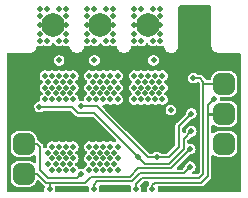
<source format=gbr>
%TF.GenerationSoftware,KiCad,Pcbnew,7.0.2-6a45011f42~172~ubuntu22.04.1*%
%TF.CreationDate,2023-05-29T23:07:21+12:00*%
%TF.ProjectId,THE_BRAWN-20A_POWER,5448455f-4252-4415-974e-2d3230415f50,v2.0*%
%TF.SameCoordinates,Original*%
%TF.FileFunction,Copper,L3,Inr*%
%TF.FilePolarity,Positive*%
%FSLAX46Y46*%
G04 Gerber Fmt 4.6, Leading zero omitted, Abs format (unit mm)*
G04 Created by KiCad (PCBNEW 7.0.2-6a45011f42~172~ubuntu22.04.1) date 2023-05-29 23:07:21*
%MOMM*%
%LPD*%
G01*
G04 APERTURE LIST*
G04 Aperture macros list*
%AMRoundRect*
0 Rectangle with rounded corners*
0 $1 Rounding radius*
0 $2 $3 $4 $5 $6 $7 $8 $9 X,Y pos of 4 corners*
0 Add a 4 corners polygon primitive as box body*
4,1,4,$2,$3,$4,$5,$6,$7,$8,$9,$2,$3,0*
0 Add four circle primitives for the rounded corners*
1,1,$1+$1,$2,$3*
1,1,$1+$1,$4,$5*
1,1,$1+$1,$6,$7*
1,1,$1+$1,$8,$9*
0 Add four rect primitives between the rounded corners*
20,1,$1+$1,$2,$3,$4,$5,0*
20,1,$1+$1,$4,$5,$6,$7,0*
20,1,$1+$1,$6,$7,$8,$9,0*
20,1,$1+$1,$8,$9,$2,$3,0*%
G04 Aperture macros list end*
%TA.AperFunction,ComponentPad*%
%ADD10RoundRect,0.450000X-0.450000X-0.450000X0.450000X-0.450000X0.450000X0.450000X-0.450000X0.450000X0*%
%TD*%
%TA.AperFunction,ComponentPad*%
%ADD11C,2.000000*%
%TD*%
%TA.AperFunction,ViaPad*%
%ADD12C,0.500000*%
%TD*%
%TA.AperFunction,Conductor*%
%ADD13C,0.200000*%
%TD*%
%TA.AperFunction,Conductor*%
%ADD14C,0.250000*%
%TD*%
G04 APERTURE END LIST*
D10*
%TO.N,GND*%
%TO.C,J2*%
X137000000Y-155500000D03*
X137000000Y-158040000D03*
%TO.N,/A_FET_N2*%
X137000000Y-160580000D03*
%TO.N,/A_FET_N1*%
X137000000Y-163120000D03*
%TD*%
D11*
%TO.N,/A_MOTOR-*%
%TO.C,H4*%
X143500000Y-150500000D03*
%TD*%
%TO.N,/A_MOTOR+*%
%TO.C,H3*%
X139500000Y-150500000D03*
%TD*%
%TO.N,GND*%
%TO.C,H2*%
X151500000Y-150500000D03*
%TD*%
D10*
%TO.N,/A_FET_N1_HS*%
%TO.C,J1*%
X154000000Y-155500000D03*
%TO.N,/A_FET_N2_HS*%
X154000000Y-158040000D03*
%TO.N,VCC*%
X154000000Y-160580000D03*
%TO.N,GND*%
X154000000Y-163120000D03*
%TD*%
D11*
%TO.N,Net-(Q1-D)*%
%TO.C,H1*%
X147500000Y-150500000D03*
%TD*%
D12*
%TO.N,/A_MOTOR+*%
X141200000Y-162800000D03*
X140300000Y-155300000D03*
X140600000Y-156800000D03*
X140600000Y-150500000D03*
X139400000Y-160800000D03*
X140300000Y-162300000D03*
X140000000Y-151850000D03*
X140000000Y-156800000D03*
X139400000Y-155800000D03*
X139100000Y-162300000D03*
X140600000Y-149150000D03*
X140000000Y-149150000D03*
X141200000Y-156800000D03*
X141200000Y-161800000D03*
X140000000Y-162800000D03*
X140600000Y-160800000D03*
X139400000Y-162800000D03*
X139700000Y-161300000D03*
X140600000Y-151850000D03*
X140000000Y-153500000D03*
X140000000Y-160800000D03*
X140600000Y-151250000D03*
X139700000Y-162300000D03*
X138800000Y-156800000D03*
X138400000Y-149150000D03*
X140000000Y-161800000D03*
X139000000Y-151850000D03*
X138400000Y-149750000D03*
X139400000Y-161800000D03*
X139000000Y-149150000D03*
X140600000Y-154800000D03*
X140300000Y-156300000D03*
X141200000Y-154800000D03*
X140000000Y-155800000D03*
X138400000Y-150500000D03*
X141200000Y-155800000D03*
X139100000Y-161300000D03*
X139700000Y-155300000D03*
X139100000Y-155300000D03*
X140600000Y-161800000D03*
X139400000Y-154800000D03*
X138400000Y-151250000D03*
X140300000Y-161300000D03*
X139700000Y-156300000D03*
X138400000Y-151850000D03*
X138800000Y-154800000D03*
X140600000Y-162800000D03*
X139100000Y-156300000D03*
X140900000Y-161300000D03*
X140600000Y-149750000D03*
X140600000Y-155800000D03*
X141200000Y-160800000D03*
X140900000Y-162300000D03*
X140900000Y-155300000D03*
X140000000Y-154800000D03*
X139400000Y-156800000D03*
X138800000Y-155800000D03*
X140900000Y-156300000D03*
%TO.N,/A_MOTOR-*%
X144950000Y-161800000D03*
X142400000Y-151850000D03*
X143150000Y-155800000D03*
X142400000Y-150500000D03*
X144650000Y-161300000D03*
X144350000Y-161800000D03*
X142400000Y-149750000D03*
X144350000Y-156800000D03*
X144600000Y-149750000D03*
X144950000Y-160800000D03*
X144050000Y-161300000D03*
X143000000Y-149150000D03*
X143150000Y-162800000D03*
X143150000Y-156800000D03*
X142850000Y-161300000D03*
X144050000Y-155300000D03*
X142550000Y-156800000D03*
X142400000Y-149150000D03*
X143750000Y-162800000D03*
X144000000Y-149150000D03*
X142400000Y-151250000D03*
X142550000Y-154800000D03*
X144350000Y-162800000D03*
X142550000Y-162800000D03*
X143450000Y-156300000D03*
X143750000Y-154800000D03*
X143450000Y-162300000D03*
X144050000Y-162300000D03*
X144350000Y-160800000D03*
X144000000Y-151850000D03*
X144950000Y-154800000D03*
X142850000Y-156300000D03*
X143150000Y-160800000D03*
X144650000Y-156300000D03*
X144650000Y-162300000D03*
X143000000Y-151850000D03*
X143450000Y-161300000D03*
X142550000Y-161800000D03*
X142550000Y-160800000D03*
X143750000Y-155800000D03*
X143450000Y-155300000D03*
X144950000Y-155800000D03*
X144350000Y-155800000D03*
X144950000Y-162800000D03*
X143000000Y-153500000D03*
X142850000Y-162300000D03*
X143150000Y-161800000D03*
X143750000Y-161800000D03*
X144600000Y-150500000D03*
X144600000Y-151250000D03*
X144050000Y-156300000D03*
X144650000Y-155300000D03*
X144600000Y-151850000D03*
X144950000Y-156800000D03*
X143750000Y-160800000D03*
X143750000Y-156800000D03*
X142550000Y-155800000D03*
X142850000Y-155300000D03*
X143150000Y-154800000D03*
X144600000Y-149150000D03*
X144350000Y-154800000D03*
%TO.N,VCC*%
X149475000Y-157700000D03*
%TO.N,GND*%
X137820230Y-161849775D03*
X152600000Y-150500000D03*
X135950000Y-153200000D03*
X154900000Y-159300000D03*
X136100000Y-161850000D03*
X152700000Y-164400000D03*
X151000000Y-151850000D03*
X145150000Y-164400000D03*
X152000000Y-149150000D03*
X136125000Y-159300000D03*
X153150000Y-161850000D03*
X152000000Y-164400000D03*
X141400000Y-164400000D03*
X150400000Y-149750000D03*
X138300000Y-164400000D03*
X150400000Y-149150000D03*
X152600000Y-149750000D03*
X139900000Y-164400000D03*
X152000000Y-151850000D03*
X140650000Y-164400000D03*
X142250000Y-164400000D03*
X154900000Y-161850000D03*
X145800000Y-164400000D03*
X155000000Y-153200000D03*
X155050000Y-164300000D03*
X154900000Y-156775000D03*
X152600000Y-151250000D03*
X137850000Y-154250000D03*
X149900000Y-164400000D03*
X148599503Y-164400000D03*
X153100000Y-154250000D03*
X150400000Y-151850000D03*
X150400000Y-150500000D03*
X152600000Y-149150000D03*
X136075000Y-156775000D03*
X151000000Y-149150000D03*
X137850000Y-159300000D03*
X151000000Y-153500000D03*
X150600000Y-164400000D03*
X152600000Y-151850000D03*
X147200498Y-164400000D03*
X153150000Y-159300000D03*
X145625000Y-157285000D03*
X150400000Y-151250000D03*
X151300000Y-164400000D03*
X149250000Y-164400000D03*
X136075000Y-154250000D03*
X143825000Y-164400000D03*
X135950000Y-164300000D03*
X144500000Y-164400000D03*
X154900000Y-154250000D03*
X137825000Y-156775000D03*
%TO.N,/A_FET_P1*%
X138336801Y-157439387D03*
X146725000Y-161700000D03*
X151200000Y-159500000D03*
%TO.N,/A_FET_N1*%
X151100000Y-161000000D03*
X139200000Y-164400000D03*
%TO.N,/A_FET_N1_HS*%
X151374500Y-155000000D03*
X146500000Y-164400000D03*
%TO.N,/A_FET_N2_HS*%
X147900001Y-164400000D03*
X153147731Y-156754538D03*
%TO.N,/A_FET_P2*%
X151200000Y-158000000D03*
X148275000Y-161700000D03*
X141850000Y-157400000D03*
%TO.N,/A_FET_N2*%
X141842774Y-163152480D03*
X142950000Y-164400000D03*
X151100000Y-162500000D03*
%TO.N,Net-(Q1-D)*%
X147850000Y-156300000D03*
X148750000Y-154800000D03*
X146950000Y-154800000D03*
X146350000Y-155800000D03*
X147950000Y-151850000D03*
X148450000Y-156300000D03*
X146650000Y-155300000D03*
X148550000Y-150500000D03*
X148550000Y-151850000D03*
X146950000Y-156800000D03*
X146350000Y-151250000D03*
X146950000Y-149150000D03*
X147550000Y-156800000D03*
X148550000Y-149750000D03*
X148150000Y-156800000D03*
X146350000Y-149150000D03*
X146350000Y-151850000D03*
X148450000Y-155300000D03*
X146350000Y-149750000D03*
X146950000Y-151850000D03*
X146350000Y-154800000D03*
X148750000Y-155800000D03*
X148150000Y-154800000D03*
X146350000Y-150500000D03*
X146650000Y-156300000D03*
X147250000Y-156300000D03*
X147850000Y-155300000D03*
X147250000Y-155300000D03*
X147550000Y-155800000D03*
X148750000Y-156800000D03*
X148550000Y-151250000D03*
X147950000Y-149150000D03*
X148150000Y-155800000D03*
X148550000Y-149150000D03*
X147550000Y-154800000D03*
X146350000Y-156800000D03*
X148000000Y-153500000D03*
X146950000Y-155800000D03*
%TD*%
D13*
%TO.N,/A_FET_P1*%
X146725000Y-161700000D02*
X142975000Y-157950000D01*
X141622182Y-157950000D02*
X141122182Y-157450000D01*
X149284314Y-162250000D02*
X150550000Y-160984314D01*
X146725000Y-161700000D02*
X147275000Y-162250000D01*
X147275000Y-162250000D02*
X149284314Y-162250000D01*
X150550000Y-160150000D02*
X151200000Y-159500000D01*
X142975000Y-157950000D02*
X141622182Y-157950000D01*
X141122182Y-157450000D02*
X138347414Y-157450000D01*
X138347414Y-157450000D02*
X138336801Y-157439387D01*
X150550000Y-160984314D02*
X150550000Y-160150000D01*
%TO.N,/A_FET_N1*%
X138900000Y-163850000D02*
X138170000Y-163120000D01*
X142684314Y-163350000D02*
X142184314Y-163850000D01*
X146718628Y-162650000D02*
X146018628Y-163350000D01*
X142184314Y-163850000D02*
X138900000Y-163850000D01*
X149450000Y-162650000D02*
X146718628Y-162650000D01*
X139200000Y-164400000D02*
X139200000Y-163850000D01*
X138170000Y-163120000D02*
X137000000Y-163120000D01*
X151100000Y-161000000D02*
X149450000Y-162650000D01*
X139200000Y-163850000D02*
X138900000Y-163850000D01*
X146018628Y-163350000D02*
X142684314Y-163350000D01*
%TO.N,/A_FET_N1_HS*%
X151900000Y-155000000D02*
X152200000Y-155300000D01*
X151474500Y-155000000D02*
X151900000Y-155000000D01*
X152200000Y-155500000D02*
X154000000Y-155500000D01*
X152200000Y-163134314D02*
X152200000Y-155500000D01*
X151884314Y-163450000D02*
X152200000Y-163134314D01*
X146500000Y-164400000D02*
X146500000Y-164000000D01*
X147050000Y-163450000D02*
X151884314Y-163450000D01*
X146500000Y-164000000D02*
X147050000Y-163450000D01*
X152200000Y-155300000D02*
X152200000Y-155500000D01*
X151374500Y-155100000D02*
X151474500Y-155000000D01*
%TO.N,/A_FET_N2_HS*%
X152600000Y-163300000D02*
X152600000Y-157302269D01*
X152600000Y-157302269D02*
X153147731Y-156754538D01*
D14*
X154000000Y-158040000D02*
X153990000Y-158050000D01*
X153990000Y-158050000D02*
X152675000Y-158050000D01*
D13*
X147900001Y-164049999D02*
X148100000Y-163850000D01*
X147900001Y-164400500D02*
X147900001Y-164049999D01*
X148100000Y-163850000D02*
X152050000Y-163850000D01*
X152050000Y-163850000D02*
X152600000Y-163300000D01*
%TO.N,/A_FET_P2*%
X148275000Y-161700000D02*
X149268628Y-161700000D01*
X149268628Y-161700000D02*
X150150000Y-160818628D01*
X147502818Y-161700000D02*
X148275000Y-161700000D01*
X143202818Y-157400000D02*
X147502818Y-161700000D01*
X150150000Y-160818628D02*
X150150000Y-159050000D01*
X141850000Y-157400000D02*
X143202818Y-157400000D01*
X150150000Y-159050000D02*
X151200000Y-158000000D01*
%TO.N,/A_FET_N2*%
X141842774Y-163152480D02*
X141545254Y-163450000D01*
X141000000Y-163450000D02*
X139065686Y-163450000D01*
X142950000Y-164050000D02*
X143250000Y-163750000D01*
X138130000Y-160580000D02*
X137000000Y-160580000D01*
X138369730Y-162754044D02*
X138369730Y-160819730D01*
X138369730Y-160819730D02*
X138130000Y-160580000D01*
X139065686Y-163450000D02*
X138369730Y-162754044D01*
X143250000Y-163750000D02*
X146184314Y-163750000D01*
X141545254Y-163450000D02*
X141000000Y-163450000D01*
X146184314Y-163750000D02*
X146884314Y-163050000D01*
X142950000Y-164400500D02*
X142950000Y-164050000D01*
X146884314Y-163050000D02*
X150550000Y-163050000D01*
X150550000Y-163050000D02*
X151100000Y-162500000D01*
X141050000Y-163450000D02*
X141000000Y-163450000D01*
%TD*%
%TA.AperFunction,Conductor*%
%TO.N,GND*%
G36*
X152842539Y-148870185D02*
G01*
X152888294Y-148922989D01*
X152899500Y-148974500D01*
X152899500Y-152317660D01*
X152929610Y-152449587D01*
X152988324Y-152571505D01*
X152988325Y-152571507D01*
X153072695Y-152677305D01*
X153178493Y-152761675D01*
X153300411Y-152820388D01*
X153300412Y-152820389D01*
X153432339Y-152850500D01*
X153432340Y-152850500D01*
X153484083Y-152850500D01*
X155275500Y-152850500D01*
X155342539Y-152870185D01*
X155388294Y-152922989D01*
X155399500Y-152974500D01*
X155399500Y-164525500D01*
X155379815Y-164592539D01*
X155327011Y-164638294D01*
X155275500Y-164649500D01*
X148462365Y-164649500D01*
X148395326Y-164629815D01*
X148349571Y-164577011D01*
X148339627Y-164507853D01*
X148355134Y-164400000D01*
X148339627Y-164292146D01*
X148349571Y-164222988D01*
X148395326Y-164170184D01*
X148462365Y-164150500D01*
X151980757Y-164150500D01*
X151997577Y-164153243D01*
X152007762Y-164152772D01*
X152007765Y-164152773D01*
X152054080Y-164150631D01*
X152059805Y-164150500D01*
X152078824Y-164150500D01*
X152093318Y-164148817D01*
X152119992Y-164147585D01*
X152126330Y-164144786D01*
X152153633Y-164136332D01*
X152160433Y-164135061D01*
X152183143Y-164120998D01*
X152198325Y-164112996D01*
X152222765Y-164102206D01*
X152227659Y-164097311D01*
X152250063Y-164079564D01*
X152255952Y-164075919D01*
X152272053Y-164054595D01*
X152283313Y-164041656D01*
X152763518Y-163561451D01*
X152777353Y-163551498D01*
X152784225Y-163543959D01*
X152784228Y-163543958D01*
X152815488Y-163509666D01*
X152819379Y-163505590D01*
X152832174Y-163492797D01*
X152832178Y-163492790D01*
X152832868Y-163492101D01*
X152841922Y-163480671D01*
X152859914Y-163460935D01*
X152859913Y-163460935D01*
X152859916Y-163460933D01*
X152862419Y-163454470D01*
X152875743Y-163429191D01*
X152879656Y-163423481D01*
X152885770Y-163397481D01*
X152890846Y-163381089D01*
X152900500Y-163356173D01*
X152900500Y-163349248D01*
X152903794Y-163320856D01*
X152905379Y-163314119D01*
X152901689Y-163287667D01*
X152900500Y-163270534D01*
X152900500Y-161599808D01*
X152920185Y-161532769D01*
X152972989Y-161487014D01*
X153042147Y-161477070D01*
X153105703Y-161506095D01*
X153112181Y-161512127D01*
X153148135Y-161548081D01*
X153235601Y-161599808D01*
X153289602Y-161631744D01*
X153447427Y-161677597D01*
X153447431Y-161677598D01*
X153484306Y-161680500D01*
X153486751Y-161680500D01*
X154513249Y-161680500D01*
X154515694Y-161680500D01*
X154552569Y-161677598D01*
X154710398Y-161631744D01*
X154851865Y-161548081D01*
X154968081Y-161431865D01*
X155051744Y-161290398D01*
X155097598Y-161132569D01*
X155100500Y-161095694D01*
X155100500Y-160064306D01*
X155097598Y-160027431D01*
X155051744Y-159869602D01*
X154968081Y-159728135D01*
X154851865Y-159611919D01*
X154771528Y-159564408D01*
X154710397Y-159528255D01*
X154552572Y-159482402D01*
X154518128Y-159479691D01*
X154518114Y-159479690D01*
X154515694Y-159479500D01*
X153484306Y-159479500D01*
X153481886Y-159479690D01*
X153481871Y-159479691D01*
X153447427Y-159482402D01*
X153289602Y-159528255D01*
X153148133Y-159611919D01*
X153112180Y-159647873D01*
X153050857Y-159681357D01*
X152981165Y-159676372D01*
X152925232Y-159634500D01*
X152900816Y-159569036D01*
X152900500Y-159560191D01*
X152900500Y-159059807D01*
X152920185Y-158992768D01*
X152972989Y-158947013D01*
X153042147Y-158937069D01*
X153105703Y-158966094D01*
X153112167Y-158972113D01*
X153148135Y-159008081D01*
X153268838Y-159079464D01*
X153289602Y-159091744D01*
X153447427Y-159137597D01*
X153447431Y-159137598D01*
X153484306Y-159140500D01*
X153486751Y-159140500D01*
X154513249Y-159140500D01*
X154515694Y-159140500D01*
X154552569Y-159137598D01*
X154710398Y-159091744D01*
X154851865Y-159008081D01*
X154968081Y-158891865D01*
X155051744Y-158750398D01*
X155097598Y-158592569D01*
X155100500Y-158555694D01*
X155100500Y-157524306D01*
X155097598Y-157487431D01*
X155087866Y-157453935D01*
X155051744Y-157329602D01*
X155040489Y-157310571D01*
X154968081Y-157188135D01*
X154851865Y-157071919D01*
X154825003Y-157056033D01*
X154710397Y-156988255D01*
X154552572Y-156942402D01*
X154518128Y-156939691D01*
X154518114Y-156939690D01*
X154515694Y-156939500D01*
X154513249Y-156939500D01*
X153719374Y-156939500D01*
X153652335Y-156919815D01*
X153606580Y-156867011D01*
X153596636Y-156797853D01*
X153602864Y-156754538D01*
X153601082Y-156742145D01*
X153611025Y-156672989D01*
X153656780Y-156620185D01*
X153723819Y-156600500D01*
X154513249Y-156600500D01*
X154515694Y-156600500D01*
X154552569Y-156597598D01*
X154710398Y-156551744D01*
X154851865Y-156468081D01*
X154968081Y-156351865D01*
X155051744Y-156210398D01*
X155097598Y-156052569D01*
X155100500Y-156015694D01*
X155100500Y-154984306D01*
X155097598Y-154947431D01*
X155092018Y-154928226D01*
X155051744Y-154789602D01*
X155020978Y-154737579D01*
X154968081Y-154648135D01*
X154851865Y-154531919D01*
X154710397Y-154448255D01*
X154552572Y-154402402D01*
X154518128Y-154399691D01*
X154518114Y-154399690D01*
X154515694Y-154399500D01*
X153484306Y-154399500D01*
X153481886Y-154399690D01*
X153481871Y-154399691D01*
X153447427Y-154402402D01*
X153289602Y-154448255D01*
X153148134Y-154531919D01*
X153031919Y-154648134D01*
X152948255Y-154789602D01*
X152902402Y-154947427D01*
X152899691Y-154981871D01*
X152899690Y-154981886D01*
X152899500Y-154984306D01*
X152899500Y-154986751D01*
X152899500Y-155075500D01*
X152879815Y-155142539D01*
X152827011Y-155188294D01*
X152775500Y-155199500D01*
X152564912Y-155199500D01*
X152497873Y-155179815D01*
X152453000Y-155128029D01*
X152447310Y-155122339D01*
X152429563Y-155099933D01*
X152425919Y-155094048D01*
X152404602Y-155077950D01*
X152391648Y-155066677D01*
X152161450Y-154836479D01*
X152151497Y-154822645D01*
X152109681Y-154784524D01*
X152105540Y-154780569D01*
X152092110Y-154767139D01*
X152080678Y-154758083D01*
X152060934Y-154740084D01*
X152054468Y-154737579D01*
X152029192Y-154724256D01*
X152023481Y-154720344D01*
X152023480Y-154720343D01*
X152023478Y-154720342D01*
X151997484Y-154714228D01*
X151981087Y-154709151D01*
X151956173Y-154699500D01*
X151949249Y-154699500D01*
X151920859Y-154696206D01*
X151914119Y-154694621D01*
X151914118Y-154694621D01*
X151902757Y-154696206D01*
X151887666Y-154698311D01*
X151870535Y-154699500D01*
X151766842Y-154699500D01*
X151699803Y-154679815D01*
X151673129Y-154656703D01*
X151672549Y-154656033D01*
X151672547Y-154656032D01*
X151672544Y-154656028D01*
X151563570Y-154585995D01*
X151439273Y-154549500D01*
X151439272Y-154549500D01*
X151309728Y-154549500D01*
X151309727Y-154549500D01*
X151185431Y-154585994D01*
X151076450Y-154656033D01*
X150991618Y-154753935D01*
X150937802Y-154871773D01*
X150919367Y-155000000D01*
X150937802Y-155128226D01*
X150991618Y-155246064D01*
X151038787Y-155300500D01*
X151076451Y-155343967D01*
X151088187Y-155351509D01*
X151185431Y-155414005D01*
X151309727Y-155450500D01*
X151309728Y-155450500D01*
X151439273Y-155450500D01*
X151563568Y-155414005D01*
X151627447Y-155372952D01*
X151672549Y-155343967D01*
X151672549Y-155343965D01*
X151677638Y-155340696D01*
X151744677Y-155321011D01*
X151811717Y-155340695D01*
X151832359Y-155357330D01*
X151858708Y-155383679D01*
X151892193Y-155445002D01*
X151894498Y-155459917D01*
X151898971Y-155508180D01*
X151899500Y-155519623D01*
X151899500Y-157965863D01*
X151889958Y-157998358D01*
X151898238Y-158016488D01*
X151899500Y-158034136D01*
X151899500Y-159465863D01*
X151889958Y-159498358D01*
X151898238Y-159516488D01*
X151899500Y-159534136D01*
X151899500Y-162958479D01*
X151879815Y-163025518D01*
X151863182Y-163046160D01*
X151796162Y-163113181D01*
X151734839Y-163146666D01*
X151708480Y-163149500D01*
X151344936Y-163149500D01*
X151277897Y-163129815D01*
X151232142Y-163077011D01*
X151222198Y-163007853D01*
X151251223Y-162944297D01*
X151277896Y-162921185D01*
X151321455Y-162893190D01*
X151398049Y-162843967D01*
X151482882Y-162746063D01*
X151536697Y-162628226D01*
X151555133Y-162500000D01*
X151537736Y-162378999D01*
X151536697Y-162371773D01*
X151482881Y-162253935D01*
X151398049Y-162156033D01*
X151289068Y-162085994D01*
X151164773Y-162049500D01*
X151164772Y-162049500D01*
X151035228Y-162049500D01*
X151035227Y-162049500D01*
X150910931Y-162085994D01*
X150801950Y-162156033D01*
X150717118Y-162253935D01*
X150663302Y-162371773D01*
X150645675Y-162494375D01*
X150616650Y-162557931D01*
X150610619Y-162564409D01*
X150461846Y-162713182D01*
X150400526Y-162746666D01*
X150374167Y-162749500D01*
X150074833Y-162749500D01*
X150007794Y-162729815D01*
X149962039Y-162677011D01*
X149952095Y-162607853D01*
X149981120Y-162544297D01*
X149987152Y-162537819D01*
X151038152Y-161486819D01*
X151099475Y-161453334D01*
X151125833Y-161450500D01*
X151164773Y-161450500D01*
X151289068Y-161414005D01*
X151352947Y-161372952D01*
X151398049Y-161343967D01*
X151482882Y-161246063D01*
X151536697Y-161128226D01*
X151555133Y-161000000D01*
X151537625Y-160878225D01*
X151536697Y-160871773D01*
X151482881Y-160753935D01*
X151398049Y-160656033D01*
X151289068Y-160585994D01*
X151164773Y-160549500D01*
X151164772Y-160549500D01*
X151035228Y-160549500D01*
X151009433Y-160557074D01*
X150939564Y-160557073D01*
X150880786Y-160519298D01*
X150851762Y-160455742D01*
X150850500Y-160438096D01*
X150850500Y-160325833D01*
X150870185Y-160258794D01*
X150886819Y-160238152D01*
X151138152Y-159986819D01*
X151199475Y-159953334D01*
X151225833Y-159950500D01*
X151264773Y-159950500D01*
X151389068Y-159914005D01*
X151417758Y-159895566D01*
X151498049Y-159843967D01*
X151582882Y-159746063D01*
X151636697Y-159628226D01*
X151652762Y-159516489D01*
X151658513Y-159503895D01*
X151656523Y-159500798D01*
X151652762Y-159483510D01*
X151652185Y-159479500D01*
X151636697Y-159371774D01*
X151582882Y-159253937D01*
X151582881Y-159253936D01*
X151582881Y-159253935D01*
X151498049Y-159156033D01*
X151389068Y-159085994D01*
X151264773Y-159049500D01*
X151264772Y-159049500D01*
X151135228Y-159049500D01*
X151135227Y-159049500D01*
X151010931Y-159085994D01*
X150901950Y-159156033D01*
X150817118Y-159253935D01*
X150763302Y-159371773D01*
X150745675Y-159494375D01*
X150716650Y-159557931D01*
X150710619Y-159564408D01*
X150662182Y-159612846D01*
X150600859Y-159646332D01*
X150531168Y-159641348D01*
X150475234Y-159599477D01*
X150450816Y-159534013D01*
X150450500Y-159525166D01*
X150450500Y-159225833D01*
X150470185Y-159158794D01*
X150486819Y-159138152D01*
X151138152Y-158486819D01*
X151199475Y-158453334D01*
X151225833Y-158450500D01*
X151264773Y-158450500D01*
X151389068Y-158414005D01*
X151417758Y-158395566D01*
X151498049Y-158343967D01*
X151582882Y-158246063D01*
X151636697Y-158128226D01*
X151652762Y-158016489D01*
X151658513Y-158003895D01*
X151656523Y-158000798D01*
X151652762Y-157983510D01*
X151636697Y-157871773D01*
X151582881Y-157753935D01*
X151498049Y-157656033D01*
X151389068Y-157585994D01*
X151264773Y-157549500D01*
X151264772Y-157549500D01*
X151135228Y-157549500D01*
X151135227Y-157549500D01*
X151010931Y-157585994D01*
X150901950Y-157656033D01*
X150817118Y-157753935D01*
X150763302Y-157871773D01*
X150745675Y-157994375D01*
X150716650Y-158057931D01*
X150710618Y-158064409D01*
X149986475Y-158788552D01*
X149972639Y-158798508D01*
X149934523Y-158840318D01*
X149930573Y-158844454D01*
X149917141Y-158857886D01*
X149908087Y-158869317D01*
X149890083Y-158889067D01*
X149887578Y-158895534D01*
X149874259Y-158920802D01*
X149870343Y-158926518D01*
X149864228Y-158952517D01*
X149859151Y-158968913D01*
X149849500Y-158993826D01*
X149849500Y-159000752D01*
X149846206Y-159029142D01*
X149844621Y-159035880D01*
X149848311Y-159062333D01*
X149849500Y-159079464D01*
X149849500Y-160642795D01*
X149829815Y-160709834D01*
X149813181Y-160730476D01*
X149180476Y-161363181D01*
X149119153Y-161396666D01*
X149092795Y-161399500D01*
X148667342Y-161399500D01*
X148600303Y-161379815D01*
X148573629Y-161356703D01*
X148573049Y-161356033D01*
X148573047Y-161356032D01*
X148573044Y-161356028D01*
X148464070Y-161285995D01*
X148339773Y-161249500D01*
X148339772Y-161249500D01*
X148210228Y-161249500D01*
X148210227Y-161249500D01*
X148085929Y-161285995D01*
X147976955Y-161356028D01*
X147976950Y-161356033D01*
X147976951Y-161356033D01*
X147976371Y-161356701D01*
X147917597Y-161394476D01*
X147882658Y-161399500D01*
X147678652Y-161399500D01*
X147611613Y-161379815D01*
X147590971Y-161363181D01*
X145693653Y-159465863D01*
X143927789Y-157700000D01*
X149019867Y-157700000D01*
X149038302Y-157828226D01*
X149092118Y-157946064D01*
X149176950Y-158043966D01*
X149176951Y-158043967D01*
X149205640Y-158062404D01*
X149285931Y-158114005D01*
X149410227Y-158150500D01*
X149410228Y-158150500D01*
X149539773Y-158150500D01*
X149664068Y-158114005D01*
X149692758Y-158095566D01*
X149773049Y-158043967D01*
X149857882Y-157946063D01*
X149911697Y-157828226D01*
X149930133Y-157700000D01*
X149911697Y-157571774D01*
X149891135Y-157526751D01*
X149857881Y-157453935D01*
X149773049Y-157356033D01*
X149664068Y-157285994D01*
X149539773Y-157249500D01*
X149539772Y-157249500D01*
X149410228Y-157249500D01*
X149410227Y-157249500D01*
X149285931Y-157285994D01*
X149176950Y-157356033D01*
X149092118Y-157453935D01*
X149038302Y-157571773D01*
X149019867Y-157700000D01*
X143927789Y-157700000D01*
X143689969Y-157462180D01*
X143656485Y-157400858D01*
X143661469Y-157331166D01*
X143703341Y-157275233D01*
X143768805Y-157250816D01*
X143777651Y-157250500D01*
X143814773Y-157250500D01*
X143939068Y-157214005D01*
X143979324Y-157188134D01*
X143982960Y-157185796D01*
X144049999Y-157166112D01*
X144117037Y-157185795D01*
X144118925Y-157187009D01*
X144160931Y-157214005D01*
X144285227Y-157250500D01*
X144285228Y-157250500D01*
X144414773Y-157250500D01*
X144539068Y-157214005D01*
X144579324Y-157188134D01*
X144582960Y-157185796D01*
X144649999Y-157166112D01*
X144717037Y-157185795D01*
X144718925Y-157187009D01*
X144760931Y-157214005D01*
X144885227Y-157250500D01*
X144885228Y-157250500D01*
X145014773Y-157250500D01*
X145139068Y-157214005D01*
X145179322Y-157188135D01*
X145248049Y-157143967D01*
X145332882Y-157046063D01*
X145386697Y-156928226D01*
X145405133Y-156800000D01*
X145894867Y-156800000D01*
X145913302Y-156928226D01*
X145967118Y-157046064D01*
X146050000Y-157141715D01*
X146051951Y-157143967D01*
X146060561Y-157149500D01*
X146160931Y-157214005D01*
X146285227Y-157250500D01*
X146285228Y-157250500D01*
X146414773Y-157250500D01*
X146511240Y-157222175D01*
X146539069Y-157214004D01*
X146582958Y-157185797D01*
X146649997Y-157166112D01*
X146717037Y-157185795D01*
X146717039Y-157185797D01*
X146760931Y-157214005D01*
X146885227Y-157250500D01*
X146885228Y-157250500D01*
X147014773Y-157250500D01*
X147139068Y-157214005D01*
X147179324Y-157188134D01*
X147182960Y-157185796D01*
X147249999Y-157166112D01*
X147317037Y-157185795D01*
X147318925Y-157187009D01*
X147360931Y-157214005D01*
X147485227Y-157250500D01*
X147485228Y-157250500D01*
X147614773Y-157250500D01*
X147739068Y-157214005D01*
X147779324Y-157188134D01*
X147782960Y-157185796D01*
X147849999Y-157166112D01*
X147917037Y-157185795D01*
X147918925Y-157187009D01*
X147960931Y-157214005D01*
X148085227Y-157250500D01*
X148085228Y-157250500D01*
X148214773Y-157250500D01*
X148339068Y-157214005D01*
X148379324Y-157188134D01*
X148382960Y-157185796D01*
X148449999Y-157166112D01*
X148517037Y-157185795D01*
X148518925Y-157187009D01*
X148560931Y-157214005D01*
X148685227Y-157250500D01*
X148685228Y-157250500D01*
X148814773Y-157250500D01*
X148939068Y-157214005D01*
X148979322Y-157188135D01*
X149048049Y-157143967D01*
X149132882Y-157046063D01*
X149186697Y-156928226D01*
X149205133Y-156800000D01*
X149186697Y-156671774D01*
X149163789Y-156621614D01*
X149132881Y-156553935D01*
X149048049Y-156456033D01*
X148967574Y-156404314D01*
X148921819Y-156351509D01*
X148911876Y-156282351D01*
X148940902Y-156218795D01*
X148967568Y-156195688D01*
X149048049Y-156143967D01*
X149132882Y-156046063D01*
X149186697Y-155928226D01*
X149205133Y-155800000D01*
X149186697Y-155671774D01*
X149132882Y-155553937D01*
X149132881Y-155553936D01*
X149132881Y-155553935D01*
X149048049Y-155456033D01*
X148967574Y-155404314D01*
X148921819Y-155351509D01*
X148911876Y-155282351D01*
X148940902Y-155218795D01*
X148967568Y-155195688D01*
X149048049Y-155143967D01*
X149132882Y-155046063D01*
X149186697Y-154928226D01*
X149205133Y-154800000D01*
X149186697Y-154671774D01*
X149179508Y-154656033D01*
X149132881Y-154553935D01*
X149048049Y-154456033D01*
X148939068Y-154385994D01*
X148814773Y-154349500D01*
X148814772Y-154349500D01*
X148685228Y-154349500D01*
X148685227Y-154349500D01*
X148560929Y-154385995D01*
X148517037Y-154414203D01*
X148449998Y-154433887D01*
X148382959Y-154414202D01*
X148339068Y-154385994D01*
X148214773Y-154349500D01*
X148214772Y-154349500D01*
X148085228Y-154349500D01*
X148085227Y-154349500D01*
X147960932Y-154385994D01*
X147917039Y-154414203D01*
X147850000Y-154433887D01*
X147782961Y-154414203D01*
X147739067Y-154385994D01*
X147614773Y-154349500D01*
X147614772Y-154349500D01*
X147485228Y-154349500D01*
X147485227Y-154349500D01*
X147360932Y-154385994D01*
X147317039Y-154414203D01*
X147250000Y-154433887D01*
X147182961Y-154414203D01*
X147139067Y-154385994D01*
X147014773Y-154349500D01*
X147014772Y-154349500D01*
X146885228Y-154349500D01*
X146885227Y-154349500D01*
X146760929Y-154385995D01*
X146717037Y-154414203D01*
X146649998Y-154433887D01*
X146582959Y-154414202D01*
X146539068Y-154385994D01*
X146414773Y-154349500D01*
X146414772Y-154349500D01*
X146285228Y-154349500D01*
X146285227Y-154349500D01*
X146160931Y-154385994D01*
X146051950Y-154456033D01*
X145967118Y-154553935D01*
X145913302Y-154671773D01*
X145894867Y-154800000D01*
X145913302Y-154928226D01*
X145967118Y-155046064D01*
X146051948Y-155143964D01*
X146051951Y-155143967D01*
X146122906Y-155189567D01*
X146132426Y-155195685D01*
X146178180Y-155248489D01*
X146188124Y-155317647D01*
X146159099Y-155381203D01*
X146132426Y-155404315D01*
X146051949Y-155456034D01*
X145967118Y-155553935D01*
X145913302Y-155671773D01*
X145894867Y-155800000D01*
X145913302Y-155928226D01*
X145967118Y-156046064D01*
X146051948Y-156143964D01*
X146051951Y-156143967D01*
X146132358Y-156195641D01*
X146132426Y-156195685D01*
X146178180Y-156248489D01*
X146188124Y-156317647D01*
X146159099Y-156381203D01*
X146132426Y-156404315D01*
X146051949Y-156456034D01*
X145967118Y-156553935D01*
X145913302Y-156671773D01*
X145894867Y-156800000D01*
X145405133Y-156800000D01*
X145386697Y-156671774D01*
X145363789Y-156621614D01*
X145332881Y-156553935D01*
X145248049Y-156456033D01*
X145167574Y-156404314D01*
X145121819Y-156351509D01*
X145111876Y-156282351D01*
X145140902Y-156218795D01*
X145167568Y-156195688D01*
X145248049Y-156143967D01*
X145332882Y-156046063D01*
X145386697Y-155928226D01*
X145405133Y-155800000D01*
X145386697Y-155671774D01*
X145332882Y-155553937D01*
X145332881Y-155553936D01*
X145332881Y-155553935D01*
X145248049Y-155456033D01*
X145167574Y-155404314D01*
X145121819Y-155351509D01*
X145111876Y-155282351D01*
X145140902Y-155218795D01*
X145167568Y-155195688D01*
X145248049Y-155143967D01*
X145332882Y-155046063D01*
X145386697Y-154928226D01*
X145405133Y-154800000D01*
X145386697Y-154671774D01*
X145379508Y-154656033D01*
X145332881Y-154553935D01*
X145248049Y-154456033D01*
X145139068Y-154385994D01*
X145014773Y-154349500D01*
X145014772Y-154349500D01*
X144885228Y-154349500D01*
X144885227Y-154349500D01*
X144760932Y-154385994D01*
X144717039Y-154414203D01*
X144650000Y-154433887D01*
X144582961Y-154414203D01*
X144539067Y-154385994D01*
X144414773Y-154349500D01*
X144414772Y-154349500D01*
X144285228Y-154349500D01*
X144285227Y-154349500D01*
X144160932Y-154385994D01*
X144117039Y-154414203D01*
X144050000Y-154433887D01*
X143982961Y-154414203D01*
X143939067Y-154385994D01*
X143814773Y-154349500D01*
X143814772Y-154349500D01*
X143685228Y-154349500D01*
X143685227Y-154349500D01*
X143560929Y-154385995D01*
X143517037Y-154414203D01*
X143449998Y-154433887D01*
X143382959Y-154414202D01*
X143339068Y-154385994D01*
X143214773Y-154349500D01*
X143214772Y-154349500D01*
X143085228Y-154349500D01*
X143085227Y-154349500D01*
X142960932Y-154385994D01*
X142917039Y-154414203D01*
X142850000Y-154433887D01*
X142782961Y-154414203D01*
X142739067Y-154385994D01*
X142614773Y-154349500D01*
X142614772Y-154349500D01*
X142485228Y-154349500D01*
X142485227Y-154349500D01*
X142360931Y-154385994D01*
X142251950Y-154456033D01*
X142167118Y-154553935D01*
X142113302Y-154671773D01*
X142094867Y-154800000D01*
X142113302Y-154928226D01*
X142167118Y-155046064D01*
X142251948Y-155143964D01*
X142251951Y-155143967D01*
X142322906Y-155189567D01*
X142332426Y-155195685D01*
X142378180Y-155248489D01*
X142388124Y-155317647D01*
X142359099Y-155381203D01*
X142332426Y-155404315D01*
X142251949Y-155456034D01*
X142167118Y-155553935D01*
X142113302Y-155671773D01*
X142094867Y-155800000D01*
X142113302Y-155928226D01*
X142167118Y-156046064D01*
X142251948Y-156143964D01*
X142251951Y-156143967D01*
X142332358Y-156195641D01*
X142332426Y-156195685D01*
X142378180Y-156248489D01*
X142388124Y-156317647D01*
X142359099Y-156381203D01*
X142332426Y-156404315D01*
X142251949Y-156456034D01*
X142167118Y-156553935D01*
X142113302Y-156671773D01*
X142094867Y-156800000D01*
X142097788Y-156820318D01*
X142087844Y-156889477D01*
X142042088Y-156942280D01*
X141975049Y-156961964D01*
X141940116Y-156956941D01*
X141914773Y-156949500D01*
X141914772Y-156949500D01*
X141785228Y-156949500D01*
X141776742Y-156949500D01*
X141709703Y-156929815D01*
X141663948Y-156877011D01*
X141654004Y-156807855D01*
X141655133Y-156800000D01*
X141636697Y-156671773D01*
X141582881Y-156553935D01*
X141498049Y-156456033D01*
X141417574Y-156404314D01*
X141371819Y-156351509D01*
X141361876Y-156282351D01*
X141390902Y-156218795D01*
X141417568Y-156195688D01*
X141498049Y-156143967D01*
X141582882Y-156046063D01*
X141636697Y-155928226D01*
X141655133Y-155800000D01*
X141636697Y-155671774D01*
X141582882Y-155553937D01*
X141582881Y-155553936D01*
X141582881Y-155553935D01*
X141498049Y-155456033D01*
X141417574Y-155404314D01*
X141371819Y-155351509D01*
X141361876Y-155282351D01*
X141390902Y-155218795D01*
X141417568Y-155195688D01*
X141498049Y-155143967D01*
X141582882Y-155046063D01*
X141636697Y-154928226D01*
X141655133Y-154800000D01*
X141636697Y-154671774D01*
X141629508Y-154656033D01*
X141582881Y-154553935D01*
X141498049Y-154456033D01*
X141389068Y-154385994D01*
X141264773Y-154349500D01*
X141264772Y-154349500D01*
X141135228Y-154349500D01*
X141135227Y-154349500D01*
X141010932Y-154385994D01*
X140967039Y-154414203D01*
X140900000Y-154433887D01*
X140832961Y-154414203D01*
X140789067Y-154385994D01*
X140664773Y-154349500D01*
X140664772Y-154349500D01*
X140535228Y-154349500D01*
X140535227Y-154349500D01*
X140410932Y-154385994D01*
X140367039Y-154414203D01*
X140300000Y-154433887D01*
X140232961Y-154414203D01*
X140189067Y-154385994D01*
X140064773Y-154349500D01*
X140064772Y-154349500D01*
X139935228Y-154349500D01*
X139935227Y-154349500D01*
X139810929Y-154385995D01*
X139767037Y-154414203D01*
X139699998Y-154433887D01*
X139632959Y-154414202D01*
X139589068Y-154385994D01*
X139464773Y-154349500D01*
X139464772Y-154349500D01*
X139335228Y-154349500D01*
X139335227Y-154349500D01*
X139210932Y-154385994D01*
X139167039Y-154414203D01*
X139100000Y-154433887D01*
X139032961Y-154414203D01*
X138989067Y-154385994D01*
X138864773Y-154349500D01*
X138864772Y-154349500D01*
X138735228Y-154349500D01*
X138735227Y-154349500D01*
X138610931Y-154385994D01*
X138501950Y-154456033D01*
X138417118Y-154553935D01*
X138363302Y-154671773D01*
X138344867Y-154800000D01*
X138363302Y-154928226D01*
X138417118Y-155046064D01*
X138501948Y-155143964D01*
X138501951Y-155143967D01*
X138572906Y-155189567D01*
X138582426Y-155195685D01*
X138628180Y-155248489D01*
X138638124Y-155317647D01*
X138609099Y-155381203D01*
X138582426Y-155404315D01*
X138501949Y-155456034D01*
X138417118Y-155553935D01*
X138363302Y-155671773D01*
X138344867Y-155800000D01*
X138363302Y-155928226D01*
X138417118Y-156046064D01*
X138501948Y-156143964D01*
X138501951Y-156143967D01*
X138582358Y-156195641D01*
X138582426Y-156195685D01*
X138628180Y-156248489D01*
X138638124Y-156317647D01*
X138609099Y-156381203D01*
X138582426Y-156404315D01*
X138501949Y-156456034D01*
X138417118Y-156553935D01*
X138363302Y-156671773D01*
X138351403Y-156754538D01*
X138344867Y-156800000D01*
X138347788Y-156820318D01*
X138352683Y-156854361D01*
X138342739Y-156923520D01*
X138296984Y-156976324D01*
X138264879Y-156990985D01*
X138147733Y-157025381D01*
X138038751Y-157095420D01*
X137953919Y-157193322D01*
X137900103Y-157311160D01*
X137881668Y-157439386D01*
X137900103Y-157567613D01*
X137953919Y-157685451D01*
X138038751Y-157783353D01*
X138038752Y-157783354D01*
X138044144Y-157786819D01*
X138147732Y-157853392D01*
X138272028Y-157889887D01*
X138272029Y-157889887D01*
X138401574Y-157889887D01*
X138525871Y-157853391D01*
X138649849Y-157773716D01*
X138651852Y-157776833D01*
X138685020Y-157755521D01*
X138719948Y-157750500D01*
X140946349Y-157750500D01*
X141013388Y-157770185D01*
X141034030Y-157786819D01*
X141360732Y-158113521D01*
X141370689Y-158127358D01*
X141378223Y-158134226D01*
X141378224Y-158134228D01*
X141391611Y-158146432D01*
X141412498Y-158165474D01*
X141416639Y-158169429D01*
X141430070Y-158182860D01*
X141441510Y-158191922D01*
X141461247Y-158209915D01*
X141461248Y-158209915D01*
X141461249Y-158209916D01*
X141467708Y-158212418D01*
X141492991Y-158225745D01*
X141498702Y-158229657D01*
X141524699Y-158235771D01*
X141541090Y-158240846D01*
X141566009Y-158250500D01*
X141572934Y-158250500D01*
X141601324Y-158253794D01*
X141608063Y-158255379D01*
X141634514Y-158251689D01*
X141651646Y-158250500D01*
X142799167Y-158250500D01*
X142866206Y-158270185D01*
X142886848Y-158286819D01*
X144789154Y-160189125D01*
X144822639Y-160250448D01*
X144817655Y-160320140D01*
X144775783Y-160376073D01*
X144768514Y-160381120D01*
X144717041Y-160414201D01*
X144650002Y-160433887D01*
X144582962Y-160414204D01*
X144582961Y-160414203D01*
X144539067Y-160385994D01*
X144414773Y-160349500D01*
X144414772Y-160349500D01*
X144285228Y-160349500D01*
X144285227Y-160349500D01*
X144160932Y-160385994D01*
X144117039Y-160414203D01*
X144050000Y-160433887D01*
X143982961Y-160414203D01*
X143939067Y-160385994D01*
X143814773Y-160349500D01*
X143814772Y-160349500D01*
X143685228Y-160349500D01*
X143685227Y-160349500D01*
X143560932Y-160385994D01*
X143517039Y-160414203D01*
X143450000Y-160433887D01*
X143382961Y-160414203D01*
X143339067Y-160385994D01*
X143214773Y-160349500D01*
X143214772Y-160349500D01*
X143085228Y-160349500D01*
X143085227Y-160349500D01*
X142960929Y-160385995D01*
X142917037Y-160414203D01*
X142849998Y-160433887D01*
X142782959Y-160414202D01*
X142739068Y-160385994D01*
X142614773Y-160349500D01*
X142614772Y-160349500D01*
X142485228Y-160349500D01*
X142485227Y-160349500D01*
X142360931Y-160385994D01*
X142251950Y-160456033D01*
X142167118Y-160553935D01*
X142113302Y-160671773D01*
X142094867Y-160800000D01*
X142113302Y-160928226D01*
X142167118Y-161046064D01*
X142242077Y-161132572D01*
X142251951Y-161143967D01*
X142332358Y-161195641D01*
X142332426Y-161195685D01*
X142378180Y-161248489D01*
X142388124Y-161317647D01*
X142359099Y-161381203D01*
X142332426Y-161404315D01*
X142251949Y-161456034D01*
X142167118Y-161553935D01*
X142113302Y-161671773D01*
X142094867Y-161800000D01*
X142113302Y-161928226D01*
X142167118Y-162046064D01*
X142225987Y-162114003D01*
X142251951Y-162143967D01*
X142290376Y-162168661D01*
X142332426Y-162195685D01*
X142378180Y-162248489D01*
X142388124Y-162317647D01*
X142359099Y-162381203D01*
X142332426Y-162404315D01*
X142251949Y-162456034D01*
X142167118Y-162553935D01*
X142121445Y-162653944D01*
X142075690Y-162706748D01*
X142008650Y-162726432D01*
X141973717Y-162721409D01*
X141907547Y-162701980D01*
X141907546Y-162701980D01*
X141778002Y-162701980D01*
X141768660Y-162704723D01*
X141698790Y-162704721D01*
X141640013Y-162666946D01*
X141620933Y-162637256D01*
X141582882Y-162553936D01*
X141498049Y-162456033D01*
X141417574Y-162404314D01*
X141371819Y-162351509D01*
X141361876Y-162282351D01*
X141390902Y-162218795D01*
X141417568Y-162195688D01*
X141498049Y-162143967D01*
X141582882Y-162046063D01*
X141636697Y-161928226D01*
X141655133Y-161800000D01*
X141636697Y-161671774D01*
X141617654Y-161630077D01*
X141582881Y-161553935D01*
X141498049Y-161456033D01*
X141417574Y-161404314D01*
X141371819Y-161351509D01*
X141361876Y-161282351D01*
X141390902Y-161218795D01*
X141417568Y-161195688D01*
X141498049Y-161143967D01*
X141582882Y-161046063D01*
X141636697Y-160928226D01*
X141655133Y-160800000D01*
X141636697Y-160671774D01*
X141629508Y-160656033D01*
X141582881Y-160553935D01*
X141498049Y-160456033D01*
X141389068Y-160385994D01*
X141264773Y-160349500D01*
X141264772Y-160349500D01*
X141135228Y-160349500D01*
X141135227Y-160349500D01*
X141010932Y-160385994D01*
X140967039Y-160414203D01*
X140900000Y-160433887D01*
X140832961Y-160414203D01*
X140789067Y-160385994D01*
X140664773Y-160349500D01*
X140664772Y-160349500D01*
X140535228Y-160349500D01*
X140535227Y-160349500D01*
X140410929Y-160385995D01*
X140367037Y-160414203D01*
X140299998Y-160433887D01*
X140232959Y-160414202D01*
X140189068Y-160385994D01*
X140064773Y-160349500D01*
X140064772Y-160349500D01*
X139935228Y-160349500D01*
X139935227Y-160349500D01*
X139810932Y-160385994D01*
X139767039Y-160414203D01*
X139700000Y-160433887D01*
X139632961Y-160414203D01*
X139589067Y-160385994D01*
X139464773Y-160349500D01*
X139464772Y-160349500D01*
X139335228Y-160349500D01*
X139335227Y-160349500D01*
X139210931Y-160385994D01*
X139101950Y-160456033D01*
X139017118Y-160553935D01*
X138963302Y-160671773D01*
X138942757Y-160814669D01*
X138913732Y-160878225D01*
X138887058Y-160901338D01*
X138861433Y-160917806D01*
X138794393Y-160937490D01*
X138727354Y-160917805D01*
X138681599Y-160865001D01*
X138670525Y-160819187D01*
X138670361Y-160815621D01*
X138670230Y-160809924D01*
X138670230Y-160790907D01*
X138668547Y-160776410D01*
X138667315Y-160749738D01*
X138664515Y-160743398D01*
X138656063Y-160716100D01*
X138654791Y-160709297D01*
X138640736Y-160686597D01*
X138632728Y-160671406D01*
X138625940Y-160656033D01*
X138621936Y-160646964D01*
X138617040Y-160642068D01*
X138599293Y-160619665D01*
X138595649Y-160613778D01*
X138595647Y-160613776D01*
X138574335Y-160597682D01*
X138561381Y-160586409D01*
X138391450Y-160416479D01*
X138381497Y-160402645D01*
X138339681Y-160364524D01*
X138335540Y-160360569D01*
X138322110Y-160347139D01*
X138310678Y-160338083D01*
X138290934Y-160320084D01*
X138284468Y-160317579D01*
X138259192Y-160304256D01*
X138253481Y-160300344D01*
X138253480Y-160300343D01*
X138253478Y-160300342D01*
X138227484Y-160294228D01*
X138211087Y-160289151D01*
X138179709Y-160276996D01*
X138124306Y-160234424D01*
X138100714Y-160168658D01*
X138100500Y-160161368D01*
X138100500Y-160066751D01*
X138100500Y-160064306D01*
X138097598Y-160027431D01*
X138051744Y-159869602D01*
X137968081Y-159728135D01*
X137851865Y-159611919D01*
X137771528Y-159564408D01*
X137710397Y-159528255D01*
X137552572Y-159482402D01*
X137518128Y-159479691D01*
X137518114Y-159479690D01*
X137515694Y-159479500D01*
X136484306Y-159479500D01*
X136481886Y-159479690D01*
X136481871Y-159479691D01*
X136447427Y-159482402D01*
X136289602Y-159528255D01*
X136148134Y-159611919D01*
X136031919Y-159728134D01*
X135948255Y-159869602D01*
X135902402Y-160027427D01*
X135899691Y-160061871D01*
X135899690Y-160061886D01*
X135899500Y-160064306D01*
X135899500Y-161095694D01*
X135899690Y-161098114D01*
X135899691Y-161098128D01*
X135902402Y-161132572D01*
X135948255Y-161290397D01*
X135997078Y-161372952D01*
X136031919Y-161431865D01*
X136148135Y-161548081D01*
X136235601Y-161599808D01*
X136289602Y-161631744D01*
X136447427Y-161677597D01*
X136447431Y-161677598D01*
X136484306Y-161680500D01*
X136486751Y-161680500D01*
X137513249Y-161680500D01*
X137515694Y-161680500D01*
X137552569Y-161677598D01*
X137710398Y-161631744D01*
X137851865Y-161548081D01*
X137857550Y-161542395D01*
X137918868Y-161508912D01*
X137988560Y-161513894D01*
X138044495Y-161555764D01*
X138068914Y-161621227D01*
X138069230Y-161630077D01*
X138069230Y-162069922D01*
X138049545Y-162136961D01*
X137996741Y-162182716D01*
X137927583Y-162192660D01*
X137864027Y-162163635D01*
X137857549Y-162157603D01*
X137851865Y-162151919D01*
X137710397Y-162068255D01*
X137552572Y-162022402D01*
X137518128Y-162019691D01*
X137518114Y-162019690D01*
X137515694Y-162019500D01*
X136484306Y-162019500D01*
X136481886Y-162019690D01*
X136481871Y-162019691D01*
X136447427Y-162022402D01*
X136289602Y-162068255D01*
X136148134Y-162151919D01*
X136031919Y-162268134D01*
X135948255Y-162409602D01*
X135902402Y-162567427D01*
X135899691Y-162601871D01*
X135899690Y-162601886D01*
X135899500Y-162604306D01*
X135899500Y-163635694D01*
X135899690Y-163638114D01*
X135899691Y-163638128D01*
X135902402Y-163672572D01*
X135948255Y-163830397D01*
X136020476Y-163952516D01*
X136031919Y-163971865D01*
X136148135Y-164088081D01*
X136259490Y-164153936D01*
X136289602Y-164171744D01*
X136447427Y-164217597D01*
X136447431Y-164217598D01*
X136484306Y-164220500D01*
X136486751Y-164220500D01*
X137513249Y-164220500D01*
X137515694Y-164220500D01*
X137552569Y-164217598D01*
X137710398Y-164171744D01*
X137851865Y-164088081D01*
X137968081Y-163971865D01*
X138051744Y-163830398D01*
X138084125Y-163718940D01*
X138121732Y-163660054D01*
X138185205Y-163630848D01*
X138254391Y-163640594D01*
X138290883Y-163665854D01*
X138638550Y-164013521D01*
X138648507Y-164027358D01*
X138656041Y-164034226D01*
X138656042Y-164034228D01*
X138668326Y-164045426D01*
X138690316Y-164065474D01*
X138694457Y-164069429D01*
X138707887Y-164082859D01*
X138719327Y-164091921D01*
X138741554Y-164112183D01*
X138777836Y-164171893D01*
X138776077Y-164241741D01*
X138770811Y-164255333D01*
X138763302Y-164271773D01*
X138744867Y-164399999D01*
X138760374Y-164507853D01*
X138750430Y-164577012D01*
X138704675Y-164629816D01*
X138637636Y-164649500D01*
X135724500Y-164649500D01*
X135657461Y-164629815D01*
X135611706Y-164577011D01*
X135600500Y-164525500D01*
X135600500Y-153500000D01*
X139544867Y-153500000D01*
X139563302Y-153628226D01*
X139617118Y-153746064D01*
X139701950Y-153843966D01*
X139701951Y-153843967D01*
X139730640Y-153862404D01*
X139810931Y-153914005D01*
X139935227Y-153950500D01*
X139935228Y-153950500D01*
X140064773Y-153950500D01*
X140189068Y-153914005D01*
X140217758Y-153895566D01*
X140298049Y-153843967D01*
X140382882Y-153746063D01*
X140436697Y-153628226D01*
X140455133Y-153500000D01*
X142544867Y-153500000D01*
X142563302Y-153628226D01*
X142617118Y-153746064D01*
X142701950Y-153843966D01*
X142701951Y-153843967D01*
X142730640Y-153862404D01*
X142810931Y-153914005D01*
X142935227Y-153950500D01*
X142935228Y-153950500D01*
X143064773Y-153950500D01*
X143189068Y-153914005D01*
X143217758Y-153895566D01*
X143298049Y-153843967D01*
X143382882Y-153746063D01*
X143436697Y-153628226D01*
X143455133Y-153500000D01*
X147544867Y-153500000D01*
X147563302Y-153628226D01*
X147617118Y-153746064D01*
X147701950Y-153843966D01*
X147701951Y-153843967D01*
X147730640Y-153862404D01*
X147810931Y-153914005D01*
X147935227Y-153950500D01*
X147935228Y-153950500D01*
X148064773Y-153950500D01*
X148189068Y-153914005D01*
X148217758Y-153895566D01*
X148298049Y-153843967D01*
X148382882Y-153746063D01*
X148436697Y-153628226D01*
X148455133Y-153500000D01*
X148436697Y-153371774D01*
X148382882Y-153253937D01*
X148382881Y-153253936D01*
X148382881Y-153253935D01*
X148298049Y-153156033D01*
X148189068Y-153085994D01*
X148064773Y-153049500D01*
X148064772Y-153049500D01*
X147935228Y-153049500D01*
X147935227Y-153049500D01*
X147810931Y-153085994D01*
X147701950Y-153156033D01*
X147617118Y-153253935D01*
X147563302Y-153371773D01*
X147544867Y-153500000D01*
X143455133Y-153500000D01*
X143436697Y-153371774D01*
X143382882Y-153253937D01*
X143382881Y-153253936D01*
X143382881Y-153253935D01*
X143298049Y-153156033D01*
X143189068Y-153085994D01*
X143064773Y-153049500D01*
X143064772Y-153049500D01*
X142935228Y-153049500D01*
X142935227Y-153049500D01*
X142810931Y-153085994D01*
X142701950Y-153156033D01*
X142617118Y-153253935D01*
X142563302Y-153371773D01*
X142544867Y-153500000D01*
X140455133Y-153500000D01*
X140436697Y-153371774D01*
X140382882Y-153253937D01*
X140382881Y-153253936D01*
X140382881Y-153253935D01*
X140298049Y-153156033D01*
X140189068Y-153085994D01*
X140064773Y-153049500D01*
X140064772Y-153049500D01*
X139935228Y-153049500D01*
X139935227Y-153049500D01*
X139810931Y-153085994D01*
X139701950Y-153156033D01*
X139617118Y-153253935D01*
X139563302Y-153371773D01*
X139544867Y-153500000D01*
X135600500Y-153500000D01*
X135600500Y-152974500D01*
X135620185Y-152907461D01*
X135672989Y-152861706D01*
X135724500Y-152850500D01*
X137567661Y-152850500D01*
X137633623Y-152835444D01*
X137699588Y-152820389D01*
X137821507Y-152761675D01*
X137927305Y-152677305D01*
X138011675Y-152571507D01*
X138070389Y-152449588D01*
X138089578Y-152365510D01*
X138123686Y-152304533D01*
X138185347Y-152271675D01*
X138245403Y-152274126D01*
X138335227Y-152300500D01*
X138335228Y-152300500D01*
X138464773Y-152300500D01*
X138526920Y-152282251D01*
X138589069Y-152264004D01*
X138632958Y-152235797D01*
X138699997Y-152216112D01*
X138767037Y-152235795D01*
X138767039Y-152235797D01*
X138810931Y-152264005D01*
X138935227Y-152300500D01*
X138935228Y-152300500D01*
X139064773Y-152300500D01*
X139189068Y-152264005D01*
X139217758Y-152245566D01*
X139298049Y-152193967D01*
X139382882Y-152096063D01*
X139387205Y-152086595D01*
X139432961Y-152033791D01*
X139500000Y-152014107D01*
X139567040Y-152033792D01*
X139612794Y-152086595D01*
X139617118Y-152096064D01*
X139701950Y-152193966D01*
X139701951Y-152193967D01*
X139730640Y-152212404D01*
X139810931Y-152264005D01*
X139935227Y-152300500D01*
X139935228Y-152300500D01*
X140064773Y-152300500D01*
X140126920Y-152282251D01*
X140189069Y-152264004D01*
X140232958Y-152235797D01*
X140299997Y-152216112D01*
X140367037Y-152235795D01*
X140367039Y-152235797D01*
X140410931Y-152264005D01*
X140535227Y-152300500D01*
X140535228Y-152300500D01*
X140664773Y-152300500D01*
X140754596Y-152274126D01*
X140824465Y-152274126D01*
X140883243Y-152311901D01*
X140910421Y-152365511D01*
X140929610Y-152449586D01*
X140929611Y-152449588D01*
X140988325Y-152571507D01*
X141072695Y-152677305D01*
X141178493Y-152761675D01*
X141300411Y-152820388D01*
X141300412Y-152820389D01*
X141432339Y-152850500D01*
X141432340Y-152850500D01*
X141567661Y-152850500D01*
X141633623Y-152835444D01*
X141699588Y-152820389D01*
X141821507Y-152761675D01*
X141927305Y-152677305D01*
X142011675Y-152571507D01*
X142070389Y-152449588D01*
X142089578Y-152365510D01*
X142123686Y-152304533D01*
X142185347Y-152271675D01*
X142245403Y-152274126D01*
X142335227Y-152300500D01*
X142335228Y-152300500D01*
X142464773Y-152300500D01*
X142589068Y-152264005D01*
X142628060Y-152238945D01*
X142632960Y-152235796D01*
X142699999Y-152216112D01*
X142767037Y-152235795D01*
X142768925Y-152237009D01*
X142810931Y-152264005D01*
X142935227Y-152300500D01*
X142935228Y-152300500D01*
X143064773Y-152300500D01*
X143189068Y-152264005D01*
X143217758Y-152245566D01*
X143298049Y-152193967D01*
X143382882Y-152096063D01*
X143387205Y-152086595D01*
X143432961Y-152033791D01*
X143500000Y-152014107D01*
X143567040Y-152033792D01*
X143612794Y-152086595D01*
X143617118Y-152096064D01*
X143701950Y-152193966D01*
X143701951Y-152193967D01*
X143730640Y-152212404D01*
X143810931Y-152264005D01*
X143935227Y-152300500D01*
X143935228Y-152300500D01*
X144064773Y-152300500D01*
X144189068Y-152264005D01*
X144228060Y-152238945D01*
X144232960Y-152235796D01*
X144299999Y-152216112D01*
X144367037Y-152235795D01*
X144368925Y-152237009D01*
X144410931Y-152264005D01*
X144535227Y-152300500D01*
X144535228Y-152300500D01*
X144664773Y-152300500D01*
X144754596Y-152274126D01*
X144824465Y-152274126D01*
X144883243Y-152311901D01*
X144910421Y-152365511D01*
X144929610Y-152449586D01*
X144929611Y-152449588D01*
X144988325Y-152571507D01*
X145072695Y-152677305D01*
X145178493Y-152761675D01*
X145300411Y-152820388D01*
X145300412Y-152820389D01*
X145432339Y-152850500D01*
X145432340Y-152850500D01*
X145567661Y-152850500D01*
X145633623Y-152835444D01*
X145699588Y-152820389D01*
X145821507Y-152761675D01*
X145927305Y-152677305D01*
X146011675Y-152571507D01*
X146070389Y-152449588D01*
X146086438Y-152379269D01*
X146120546Y-152318291D01*
X146182207Y-152285433D01*
X146242260Y-152287883D01*
X146285228Y-152300500D01*
X146285230Y-152300500D01*
X146414773Y-152300500D01*
X146539068Y-152264005D01*
X146578060Y-152238945D01*
X146582960Y-152235796D01*
X146649999Y-152216112D01*
X146717037Y-152235795D01*
X146718925Y-152237009D01*
X146760931Y-152264005D01*
X146885227Y-152300500D01*
X146885228Y-152300500D01*
X147014773Y-152300500D01*
X147139068Y-152264005D01*
X147167758Y-152245566D01*
X147248049Y-152193967D01*
X147332882Y-152096063D01*
X147337205Y-152086595D01*
X147382961Y-152033791D01*
X147450000Y-152014107D01*
X147517040Y-152033792D01*
X147562794Y-152086595D01*
X147567118Y-152096064D01*
X147651950Y-152193966D01*
X147651951Y-152193967D01*
X147680640Y-152212404D01*
X147760931Y-152264005D01*
X147885227Y-152300500D01*
X147885228Y-152300500D01*
X148014773Y-152300500D01*
X148139068Y-152264005D01*
X148178060Y-152238945D01*
X148182960Y-152235796D01*
X148249999Y-152216112D01*
X148317037Y-152235795D01*
X148318925Y-152237009D01*
X148360931Y-152264005D01*
X148485227Y-152300500D01*
X148485228Y-152300500D01*
X148614773Y-152300500D01*
X148751456Y-152260367D01*
X148821325Y-152260367D01*
X148880103Y-152298142D01*
X148907281Y-152351752D01*
X148929610Y-152449587D01*
X148988324Y-152571505D01*
X148988325Y-152571507D01*
X149072695Y-152677305D01*
X149178493Y-152761675D01*
X149300411Y-152820388D01*
X149300412Y-152820389D01*
X149432339Y-152850500D01*
X149432340Y-152850500D01*
X149567661Y-152850500D01*
X149633623Y-152835444D01*
X149699588Y-152820389D01*
X149821507Y-152761675D01*
X149927305Y-152677305D01*
X150011675Y-152571507D01*
X150070389Y-152449588D01*
X150100500Y-152317660D01*
X150100500Y-152250000D01*
X150100500Y-152223071D01*
X150100500Y-148974500D01*
X150120185Y-148907461D01*
X150172989Y-148861706D01*
X150224500Y-148850500D01*
X152775500Y-148850500D01*
X152842539Y-148870185D01*
G37*
%TD.AperFunction*%
%TA.AperFunction,Conductor*%
G36*
X142483848Y-164125471D02*
G01*
X142520879Y-164184721D01*
X142519999Y-164254585D01*
X142514266Y-164269664D01*
X142513302Y-164271772D01*
X142494867Y-164399999D01*
X142510374Y-164507853D01*
X142500430Y-164577012D01*
X142454675Y-164629816D01*
X142387636Y-164649500D01*
X139762364Y-164649500D01*
X139695325Y-164629815D01*
X139649570Y-164577011D01*
X139639626Y-164507853D01*
X139655133Y-164400000D01*
X139639626Y-164292146D01*
X139649570Y-164222988D01*
X139695325Y-164170184D01*
X139762364Y-164150500D01*
X142115071Y-164150500D01*
X142131891Y-164153243D01*
X142142076Y-164152772D01*
X142142079Y-164152773D01*
X142188394Y-164150631D01*
X142194119Y-164150500D01*
X142213138Y-164150500D01*
X142227632Y-164148817D01*
X142254306Y-164147585D01*
X142260644Y-164144786D01*
X142287947Y-164136332D01*
X142294747Y-164135061D01*
X142317457Y-164120998D01*
X142332644Y-164112995D01*
X142351385Y-164104720D01*
X142420663Y-164095648D01*
X142483848Y-164125471D01*
G37*
%TD.AperFunction*%
%TA.AperFunction,Conductor*%
G36*
X146038447Y-164070185D02*
G01*
X146084202Y-164122989D01*
X146094146Y-164192147D01*
X146084202Y-164226012D01*
X146063302Y-164271773D01*
X146044867Y-164399999D01*
X146060374Y-164507853D01*
X146050430Y-164577012D01*
X146004675Y-164629816D01*
X145937636Y-164649500D01*
X143512364Y-164649500D01*
X143445325Y-164629815D01*
X143399570Y-164577011D01*
X143389626Y-164507853D01*
X143405133Y-164400000D01*
X143386697Y-164271774D01*
X143386696Y-164271772D01*
X143365798Y-164226012D01*
X143355854Y-164156854D01*
X143384878Y-164093298D01*
X143443656Y-164055523D01*
X143478592Y-164050500D01*
X145971408Y-164050500D01*
X146038447Y-164070185D01*
G37*
%TD.AperFunction*%
%TA.AperFunction,Conductor*%
G36*
X147572715Y-163770185D02*
G01*
X147618470Y-163822989D01*
X147628414Y-163892147D01*
X147623964Y-163903564D01*
X147625651Y-163903961D01*
X147614229Y-163952516D01*
X147609152Y-163968912D01*
X147599501Y-163993825D01*
X147599501Y-164000750D01*
X147596206Y-164029145D01*
X147592376Y-164045426D01*
X147565386Y-164098231D01*
X147517119Y-164153936D01*
X147463303Y-164271773D01*
X147444868Y-164399999D01*
X147460375Y-164507853D01*
X147450431Y-164577012D01*
X147404676Y-164629816D01*
X147337637Y-164649500D01*
X147062364Y-164649500D01*
X146995325Y-164629815D01*
X146949570Y-164577011D01*
X146939626Y-164507853D01*
X146955133Y-164400000D01*
X146936697Y-164271774D01*
X146936696Y-164271772D01*
X146883581Y-164155468D01*
X146873637Y-164086310D01*
X146902661Y-164022754D01*
X146908663Y-164016306D01*
X147138153Y-163786816D01*
X147199475Y-163753334D01*
X147225833Y-163750500D01*
X147505676Y-163750500D01*
X147572715Y-163770185D01*
G37*
%TD.AperFunction*%
%TD*%
M02*

</source>
